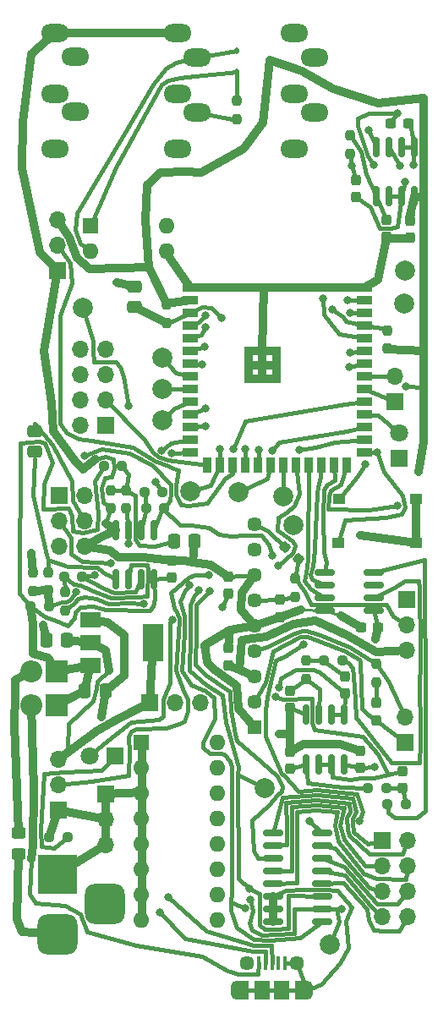
<source format=gbr>
G04 #@! TF.GenerationSoftware,KiCad,Pcbnew,7.0.9*
G04 #@! TF.CreationDate,2024-06-15T21:38:13-04:00*
G04 #@! TF.ProjectId,MEAP_Rev3c,4d454150-5f52-4657-9633-632e6b696361,rev?*
G04 #@! TF.SameCoordinates,Original*
G04 #@! TF.FileFunction,Copper,L1,Top*
G04 #@! TF.FilePolarity,Positive*
%FSLAX46Y46*%
G04 Gerber Fmt 4.6, Leading zero omitted, Abs format (unit mm)*
G04 Created by KiCad (PCBNEW 7.0.9) date 2024-06-15 21:38:13*
%MOMM*%
%LPD*%
G01*
G04 APERTURE LIST*
G04 Aperture macros list*
%AMRoundRect*
0 Rectangle with rounded corners*
0 $1 Rounding radius*
0 $2 $3 $4 $5 $6 $7 $8 $9 X,Y pos of 4 corners*
0 Add a 4 corners polygon primitive as box body*
4,1,4,$2,$3,$4,$5,$6,$7,$8,$9,$2,$3,0*
0 Add four circle primitives for the rounded corners*
1,1,$1+$1,$2,$3*
1,1,$1+$1,$4,$5*
1,1,$1+$1,$6,$7*
1,1,$1+$1,$8,$9*
0 Add four rect primitives between the rounded corners*
20,1,$1+$1,$2,$3,$4,$5,0*
20,1,$1+$1,$4,$5,$6,$7,0*
20,1,$1+$1,$6,$7,$8,$9,0*
20,1,$1+$1,$8,$9,$2,$3,0*%
G04 Aperture macros list end*
G04 #@! TA.AperFunction,SMDPad,CuDef*
%ADD10RoundRect,0.237500X-0.237500X0.300000X-0.237500X-0.300000X0.237500X-0.300000X0.237500X0.300000X0*%
G04 #@! TD*
G04 #@! TA.AperFunction,ComponentPad*
%ADD11R,1.600000X1.600000*%
G04 #@! TD*
G04 #@! TA.AperFunction,ComponentPad*
%ADD12O,1.600000X1.600000*%
G04 #@! TD*
G04 #@! TA.AperFunction,ComponentPad*
%ADD13C,2.000000*%
G04 #@! TD*
G04 #@! TA.AperFunction,SMDPad,CuDef*
%ADD14RoundRect,0.237500X0.237500X-0.300000X0.237500X0.300000X-0.237500X0.300000X-0.237500X-0.300000X0*%
G04 #@! TD*
G04 #@! TA.AperFunction,ComponentPad*
%ADD15R,1.700000X1.700000*%
G04 #@! TD*
G04 #@! TA.AperFunction,ComponentPad*
%ADD16O,1.700000X1.700000*%
G04 #@! TD*
G04 #@! TA.AperFunction,SMDPad,CuDef*
%ADD17R,2.000000X1.500000*%
G04 #@! TD*
G04 #@! TA.AperFunction,SMDPad,CuDef*
%ADD18R,2.000000X3.800000*%
G04 #@! TD*
G04 #@! TA.AperFunction,SMDPad,CuDef*
%ADD19RoundRect,0.237500X0.250000X0.237500X-0.250000X0.237500X-0.250000X-0.237500X0.250000X-0.237500X0*%
G04 #@! TD*
G04 #@! TA.AperFunction,SMDPad,CuDef*
%ADD20RoundRect,0.150000X-0.150000X0.825000X-0.150000X-0.825000X0.150000X-0.825000X0.150000X0.825000X0*%
G04 #@! TD*
G04 #@! TA.AperFunction,SMDPad,CuDef*
%ADD21RoundRect,0.237500X0.344173X0.021239X-0.038849X0.342632X-0.344173X-0.021239X0.038849X-0.342632X0*%
G04 #@! TD*
G04 #@! TA.AperFunction,SMDPad,CuDef*
%ADD22RoundRect,0.237500X0.237500X-0.250000X0.237500X0.250000X-0.237500X0.250000X-0.237500X-0.250000X0*%
G04 #@! TD*
G04 #@! TA.AperFunction,ComponentPad*
%ADD23O,2.800000X1.800000*%
G04 #@! TD*
G04 #@! TA.AperFunction,SMDPad,CuDef*
%ADD24RoundRect,0.150000X-0.825000X-0.150000X0.825000X-0.150000X0.825000X0.150000X-0.825000X0.150000X0*%
G04 #@! TD*
G04 #@! TA.AperFunction,ComponentPad*
%ADD25R,1.450000X1.450000*%
G04 #@! TD*
G04 #@! TA.AperFunction,ComponentPad*
%ADD26C,1.450000*%
G04 #@! TD*
G04 #@! TA.AperFunction,SMDPad,CuDef*
%ADD27RoundRect,0.250000X-0.337500X-0.475000X0.337500X-0.475000X0.337500X0.475000X-0.337500X0.475000X0*%
G04 #@! TD*
G04 #@! TA.AperFunction,SMDPad,CuDef*
%ADD28RoundRect,0.237500X-0.300000X-0.237500X0.300000X-0.237500X0.300000X0.237500X-0.300000X0.237500X0*%
G04 #@! TD*
G04 #@! TA.AperFunction,SMDPad,CuDef*
%ADD29R,1.500000X0.900000*%
G04 #@! TD*
G04 #@! TA.AperFunction,SMDPad,CuDef*
%ADD30R,0.900000X1.500000*%
G04 #@! TD*
G04 #@! TA.AperFunction,SMDPad,CuDef*
%ADD31R,0.900000X0.900000*%
G04 #@! TD*
G04 #@! TA.AperFunction,SMDPad,CuDef*
%ADD32R,1.250000X1.000000*%
G04 #@! TD*
G04 #@! TA.AperFunction,SMDPad,CuDef*
%ADD33RoundRect,0.237500X-0.237500X0.250000X-0.237500X-0.250000X0.237500X-0.250000X0.237500X0.250000X0*%
G04 #@! TD*
G04 #@! TA.AperFunction,ComponentPad*
%ADD34R,1.800000X1.800000*%
G04 #@! TD*
G04 #@! TA.AperFunction,ComponentPad*
%ADD35C,1.800000*%
G04 #@! TD*
G04 #@! TA.AperFunction,ComponentPad*
%ADD36R,4.000000X4.000000*%
G04 #@! TD*
G04 #@! TA.AperFunction,ComponentPad*
%ADD37RoundRect,1.000000X1.000000X-1.000000X1.000000X1.000000X-1.000000X1.000000X-1.000000X-1.000000X0*%
G04 #@! TD*
G04 #@! TA.AperFunction,SMDPad,CuDef*
%ADD38RoundRect,0.250000X0.337500X0.475000X-0.337500X0.475000X-0.337500X-0.475000X0.337500X-0.475000X0*%
G04 #@! TD*
G04 #@! TA.AperFunction,SMDPad,CuDef*
%ADD39RoundRect,0.237500X-0.250000X-0.237500X0.250000X-0.237500X0.250000X0.237500X-0.250000X0.237500X0*%
G04 #@! TD*
G04 #@! TA.AperFunction,ComponentPad*
%ADD40R,2.200000X2.200000*%
G04 #@! TD*
G04 #@! TA.AperFunction,ComponentPad*
%ADD41O,2.200000X2.200000*%
G04 #@! TD*
G04 #@! TA.AperFunction,SMDPad,CuDef*
%ADD42RoundRect,0.250000X0.475000X-0.337500X0.475000X0.337500X-0.475000X0.337500X-0.475000X-0.337500X0*%
G04 #@! TD*
G04 #@! TA.AperFunction,SMDPad,CuDef*
%ADD43RoundRect,0.250000X-0.475000X0.337500X-0.475000X-0.337500X0.475000X-0.337500X0.475000X0.337500X0*%
G04 #@! TD*
G04 #@! TA.AperFunction,SMDPad,CuDef*
%ADD44R,0.400000X1.350000*%
G04 #@! TD*
G04 #@! TA.AperFunction,ComponentPad*
%ADD45O,1.200000X1.900000*%
G04 #@! TD*
G04 #@! TA.AperFunction,SMDPad,CuDef*
%ADD46R,1.200000X1.900000*%
G04 #@! TD*
G04 #@! TA.AperFunction,SMDPad,CuDef*
%ADD47R,1.500000X1.900000*%
G04 #@! TD*
G04 #@! TA.AperFunction,SMDPad,CuDef*
%ADD48RoundRect,0.250000X0.450000X-0.325000X0.450000X0.325000X-0.450000X0.325000X-0.450000X-0.325000X0*%
G04 #@! TD*
G04 #@! TA.AperFunction,SMDPad,CuDef*
%ADD49RoundRect,0.112500X0.112500X-0.187500X0.112500X0.187500X-0.112500X0.187500X-0.112500X-0.187500X0*%
G04 #@! TD*
G04 #@! TA.AperFunction,ViaPad*
%ADD50C,0.800000*%
G04 #@! TD*
G04 #@! TA.AperFunction,Conductor*
%ADD51C,0.406400*%
G04 #@! TD*
G04 #@! TA.AperFunction,Conductor*
%ADD52C,0.250000*%
G04 #@! TD*
G04 #@! TA.AperFunction,Conductor*
%ADD53C,0.812800*%
G04 #@! TD*
G04 APERTURE END LIST*
D10*
X38640000Y-86507500D03*
X38640000Y-88232500D03*
D11*
X18720000Y-39945000D03*
D12*
X18720000Y-42485000D03*
X26340000Y-42485000D03*
X26340000Y-39945000D03*
D13*
X17930000Y-48200000D03*
D10*
X32500000Y-82247500D03*
X32500000Y-83972500D03*
D13*
X50230000Y-44430000D03*
D14*
X44147500Y-86797502D03*
X44147500Y-85072502D03*
D15*
X47880000Y-101510000D03*
D16*
X50420000Y-101510000D03*
X47880000Y-104050000D03*
X50420000Y-104050000D03*
X47880000Y-106590000D03*
X50420000Y-106590000D03*
X47880000Y-109130000D03*
X50420000Y-109130000D03*
D17*
X18680000Y-79420000D03*
X18680000Y-81720000D03*
X18680000Y-84020000D03*
D18*
X24980000Y-81720000D03*
D19*
X48306999Y-96266001D03*
X46481999Y-96266001D03*
D20*
X51085000Y-32055000D03*
X49815000Y-32055000D03*
X48545000Y-32055000D03*
X47275000Y-32055000D03*
X47275000Y-37005000D03*
X48545000Y-37005000D03*
X49815000Y-37005000D03*
X51085000Y-37005000D03*
D13*
X50150000Y-47750000D03*
D21*
X39560001Y-73330002D03*
X38161969Y-72156914D03*
D22*
X44659999Y-32724999D03*
X44659999Y-30899999D03*
D14*
X32540000Y-76812500D03*
X32540000Y-75087500D03*
D22*
X48400000Y-52242500D03*
X48400000Y-50417500D03*
D13*
X25870000Y-59470000D03*
D10*
X48360000Y-39360000D03*
X48360000Y-41085000D03*
D20*
X25069998Y-70409997D03*
X23799998Y-70409997D03*
X22529998Y-70409997D03*
X21259998Y-70409997D03*
X21259998Y-75359997D03*
X22529998Y-75359997D03*
X23799998Y-75359997D03*
X25069998Y-75359997D03*
D23*
X41140000Y-28590000D03*
X39140000Y-26790000D03*
X39140000Y-20690000D03*
X41140000Y-23090000D03*
X39140000Y-32290000D03*
D24*
X42130000Y-74700000D03*
X42130000Y-75970000D03*
X42130000Y-77240000D03*
X42130000Y-78510000D03*
X47080000Y-78510000D03*
X47080000Y-77240000D03*
X47080000Y-75970000D03*
X47080000Y-74700000D03*
D14*
X45700001Y-94267501D03*
X45700001Y-92542501D03*
D15*
X50230000Y-91720000D03*
D16*
X50230000Y-89180000D03*
D13*
X25860000Y-53210000D03*
D22*
X47290000Y-85672500D03*
X47290000Y-83847500D03*
D25*
X35110000Y-90160000D03*
D26*
X35110000Y-87620000D03*
X35110000Y-85080000D03*
X35110000Y-82540000D03*
X35110000Y-80000000D03*
X35110000Y-77460000D03*
X35110000Y-74920000D03*
X35110000Y-72380000D03*
X35110000Y-69840000D03*
D27*
X27045000Y-71530000D03*
X29120000Y-71530000D03*
D13*
X42650000Y-111950000D03*
D15*
X50360000Y-77350000D03*
D16*
X50360000Y-79890000D03*
X50360000Y-82430000D03*
D28*
X45795000Y-80200000D03*
X47520000Y-80200000D03*
D14*
X47280000Y-89450000D03*
X47280000Y-87725000D03*
D29*
X28650000Y-46170000D03*
X28650000Y-47440000D03*
X28650000Y-48710000D03*
X28650000Y-49980000D03*
X28650000Y-51250000D03*
X28650000Y-52520000D03*
X28650000Y-53790000D03*
X28650000Y-55060000D03*
X28650000Y-56330000D03*
X28650000Y-57600000D03*
X28650000Y-58870000D03*
X28650000Y-60140000D03*
X28650000Y-61410000D03*
X28650000Y-62680000D03*
D30*
X30415000Y-63930000D03*
X31685000Y-63930000D03*
X32955000Y-63930000D03*
X34225000Y-63930000D03*
X35495000Y-63930000D03*
X36765000Y-63930000D03*
X38035000Y-63930000D03*
X39305000Y-63930000D03*
X40575000Y-63930000D03*
X41845000Y-63930000D03*
X43115000Y-63930000D03*
X44385000Y-63930000D03*
D29*
X46150000Y-62680000D03*
X46150000Y-61410000D03*
X46150000Y-60140000D03*
X46150000Y-58870000D03*
X46150000Y-57600000D03*
X46150000Y-56330000D03*
X46150000Y-55060000D03*
X46150000Y-53790000D03*
X46150000Y-52520000D03*
X46150000Y-51250000D03*
X46150000Y-49980000D03*
X46150000Y-48710000D03*
X46150000Y-47440000D03*
X46150000Y-46170000D03*
D31*
X34500000Y-52490000D03*
X34500000Y-53890000D03*
X34500000Y-55290000D03*
X34500000Y-55290000D03*
X35900000Y-52490000D03*
X35900000Y-52490000D03*
X35900000Y-53890000D03*
X35900000Y-55290000D03*
X37300000Y-52490000D03*
X37300000Y-53890000D03*
X37300000Y-55290000D03*
D32*
X43535000Y-71670000D03*
X51285000Y-71670000D03*
D22*
X12910002Y-76497499D03*
X12910002Y-74672499D03*
X22260000Y-68244995D03*
X22260000Y-66419995D03*
D19*
X17882500Y-75090000D03*
X16057500Y-75090000D03*
D33*
X14430000Y-74660000D03*
X14430000Y-76485000D03*
D10*
X45260000Y-35360000D03*
X45260000Y-37085000D03*
D15*
X49210000Y-57610000D03*
D16*
X49210000Y-55070000D03*
D23*
X17140000Y-28545000D03*
X15140000Y-26745000D03*
X15140000Y-20645000D03*
X17140000Y-23045000D03*
X15140000Y-32245000D03*
D13*
X39020000Y-69950000D03*
D33*
X40270000Y-83487500D03*
X40270000Y-85312500D03*
D24*
X36970000Y-100720000D03*
X36970000Y-101990000D03*
X36970000Y-103260000D03*
X36970000Y-104530000D03*
X36970000Y-105800000D03*
X36970000Y-107070000D03*
X36970000Y-108340000D03*
X36970000Y-109610000D03*
X41920000Y-109610000D03*
X41920000Y-108340000D03*
X41920000Y-107070000D03*
X41920000Y-105800000D03*
X41920000Y-104530000D03*
X41920000Y-103260000D03*
X41920000Y-101990000D03*
X41920000Y-100720000D03*
D34*
X49640000Y-63225000D03*
D35*
X49640000Y-60685000D03*
D15*
X20220000Y-96820000D03*
D16*
X20220000Y-99360000D03*
X20220000Y-101900000D03*
D27*
X18115000Y-86540000D03*
X20190000Y-86540000D03*
D36*
X15430000Y-104900000D03*
D37*
X15430000Y-110900000D03*
X20130000Y-107900000D03*
D13*
X25890000Y-56330000D03*
D28*
X48770000Y-29750000D03*
X50495000Y-29750000D03*
D13*
X28660000Y-66510000D03*
D38*
X16360000Y-81460000D03*
X14285000Y-81460000D03*
D13*
X36100000Y-96250000D03*
D39*
X48425002Y-97875001D03*
X50250002Y-97875001D03*
D22*
X33330000Y-29292500D03*
X33330000Y-27467500D03*
D10*
X26810001Y-73464999D03*
X26810001Y-75189999D03*
D40*
X15270000Y-87950000D03*
D41*
X12730000Y-87950000D03*
D14*
X50660001Y-41135001D03*
X50660001Y-39410001D03*
D42*
X23090000Y-48115000D03*
X23090000Y-46040000D03*
D43*
X13150000Y-60502500D03*
X13150000Y-62577500D03*
D33*
X20730000Y-66427500D03*
X20730000Y-68252500D03*
D40*
X15300000Y-84580000D03*
D41*
X12760000Y-84580000D03*
D39*
X20027500Y-64040000D03*
X21852500Y-64040000D03*
D32*
X51300000Y-67330000D03*
X43550000Y-67330000D03*
D33*
X16150000Y-76660000D03*
X16150000Y-78485000D03*
D14*
X38689999Y-94315001D03*
X38689999Y-92590001D03*
D20*
X44100000Y-88905000D03*
X42830000Y-88905000D03*
X41560000Y-88905000D03*
X40290000Y-88905000D03*
X40290000Y-93855000D03*
X41560000Y-93855000D03*
X42830000Y-93855000D03*
X44100000Y-93855000D03*
D15*
X15530000Y-66930000D03*
D16*
X15530000Y-69470000D03*
X15530000Y-72010000D03*
X18070000Y-66930000D03*
X18070000Y-69470000D03*
X18070000Y-72010000D03*
D44*
X35569999Y-113792000D03*
X36219999Y-113792000D03*
X36869999Y-113792000D03*
X37519999Y-113792000D03*
X38169999Y-113792000D03*
D45*
X33369999Y-116492000D03*
D46*
X33969999Y-116492000D03*
D26*
X34369999Y-113792000D03*
D47*
X35869999Y-116492000D03*
X37869999Y-116492000D03*
D26*
X39369999Y-113792000D03*
D46*
X39769999Y-116492000D03*
D45*
X40369999Y-116492000D03*
D19*
X43930001Y-83500001D03*
X42105001Y-83500001D03*
D23*
X29400000Y-28580000D03*
X27400000Y-26780000D03*
X27400000Y-20680000D03*
X29400000Y-23080000D03*
X27400000Y-32280000D03*
D15*
X15380003Y-44459999D03*
D16*
X15380003Y-41919999D03*
X15380003Y-39379999D03*
D33*
X39220000Y-75277500D03*
X39220000Y-77102500D03*
D15*
X24630000Y-87720000D03*
D16*
X27170000Y-87720000D03*
X29710000Y-87720000D03*
D39*
X24075001Y-66630001D03*
X25900001Y-66630001D03*
D48*
X11540000Y-102840000D03*
X11540000Y-100790000D03*
D15*
X20245000Y-59940000D03*
D16*
X17705000Y-59940000D03*
X20245000Y-57400000D03*
X17705000Y-57400000D03*
X20245000Y-54860000D03*
X17705000Y-54860000D03*
X20245000Y-52320000D03*
X17705000Y-52320000D03*
D15*
X15480000Y-98470000D03*
D16*
X15480000Y-95930000D03*
X15480000Y-93390000D03*
D10*
X49950000Y-94550000D03*
X49950000Y-96275000D03*
D39*
X12717500Y-78030000D03*
X14542500Y-78030000D03*
D33*
X26340000Y-47857500D03*
X26340000Y-49682500D03*
D10*
X37670000Y-77397500D03*
X37670000Y-79122500D03*
D13*
X33490000Y-66600000D03*
D19*
X16370000Y-101160000D03*
X14545000Y-101160000D03*
X26072500Y-68250000D03*
X24247500Y-68250000D03*
D49*
X33330000Y-24537500D03*
X33330000Y-22437500D03*
D11*
X23800000Y-91695000D03*
D12*
X23800000Y-94235000D03*
X23800000Y-96775000D03*
X23800000Y-99315000D03*
X23800000Y-101855000D03*
X23800000Y-104395000D03*
X23800000Y-106935000D03*
X23800000Y-109475000D03*
X31420000Y-109475000D03*
X31420000Y-106935000D03*
X31420000Y-104395000D03*
X31420000Y-101855000D03*
X31420000Y-99315000D03*
X31420000Y-96775000D03*
X31420000Y-94235000D03*
X31420000Y-91695000D03*
D13*
X37970000Y-67030000D03*
D34*
X21124999Y-93060001D03*
D35*
X18584999Y-93060001D03*
D50*
X46520000Y-30410000D03*
X45740000Y-70990000D03*
X13940000Y-79940000D03*
X43790000Y-79020000D03*
X12790000Y-72750000D03*
X21290000Y-45650000D03*
X37590000Y-90860000D03*
X39761765Y-78361765D03*
X19770000Y-89130000D03*
X20380000Y-79700000D03*
X20210000Y-69780000D03*
X41270000Y-91840163D03*
X50300000Y-56080000D03*
X51520000Y-64610000D03*
X47270000Y-81330000D03*
X47130000Y-94170000D03*
X40600000Y-99530000D03*
X36620000Y-23390000D03*
X31900000Y-78180000D03*
X37560000Y-86150000D03*
X37200000Y-87110000D03*
X46190000Y-63800000D03*
X31840000Y-49200000D03*
X36920000Y-62470000D03*
X26901644Y-79410000D03*
X36880000Y-72970000D03*
X18120000Y-63015014D03*
X19100000Y-74920000D03*
X44450000Y-47420000D03*
X44710000Y-48650000D03*
X30170000Y-48910000D03*
X30180000Y-50110000D03*
X30160000Y-52090000D03*
X29880000Y-53830000D03*
X30210000Y-60020000D03*
X25780000Y-62450000D03*
X25640000Y-108720000D03*
X26860000Y-62760000D03*
X26480000Y-107180000D03*
X30180000Y-58220000D03*
X22510000Y-57960000D03*
X39600000Y-62370000D03*
X47420000Y-62640000D03*
X41950000Y-47260000D03*
X42920000Y-48320000D03*
X44640000Y-54130000D03*
X44670000Y-52620000D03*
X30510000Y-74950000D03*
X34210000Y-62340000D03*
X30630000Y-76570000D03*
X35510000Y-62430000D03*
X34180000Y-108310000D03*
X28640000Y-75980000D03*
X31690000Y-62350000D03*
X34700000Y-107440000D03*
X49390000Y-68000000D03*
X43820000Y-108330000D03*
X34640000Y-106380000D03*
X33040000Y-62350000D03*
X29570000Y-76490000D03*
X45640000Y-99600000D03*
X40050000Y-81850000D03*
X37460000Y-74010000D03*
X49680000Y-33940000D03*
X47050000Y-33840000D03*
X49390000Y-28690000D03*
X51050000Y-33860000D03*
X44830000Y-33961466D03*
X50200000Y-35520000D03*
X22520000Y-71810000D03*
X17300000Y-76630000D03*
X25180000Y-65630000D03*
X20730000Y-73740000D03*
X24000000Y-77800000D03*
D51*
X38290000Y-106490000D02*
X36970000Y-107070000D01*
D52*
X42130000Y-78510000D02*
X39761765Y-78361765D01*
D51*
X46520000Y-30410000D02*
X47275000Y-32055000D01*
D53*
X49890000Y-41251538D02*
X50660001Y-41135001D01*
D51*
X33969999Y-116492000D02*
X35869999Y-116492000D01*
D53*
X40020000Y-91830000D02*
X38689999Y-92590001D01*
D51*
X21030000Y-64260000D02*
X20944667Y-63300000D01*
D53*
X35900000Y-55290000D02*
X34500000Y-55290000D01*
X41270000Y-91840163D02*
X40020000Y-91830000D01*
X32660000Y-80410000D02*
X35110000Y-80000000D01*
X23820000Y-96690000D02*
X23820000Y-94150000D01*
X20190000Y-86540000D02*
X22120000Y-85040000D01*
X35110000Y-90160000D02*
X33540076Y-88330000D01*
X21460000Y-73150000D02*
X20660000Y-72500000D01*
D51*
X41790000Y-115930000D02*
X40369999Y-116492000D01*
D53*
X46150000Y-46170000D02*
X47510000Y-45390000D01*
D51*
X20120000Y-65220000D02*
X20800000Y-65130000D01*
D53*
X36030000Y-46170000D02*
X28650000Y-46170000D01*
X35900000Y-52490000D02*
X36030000Y-46170000D01*
D51*
X44520000Y-112240000D02*
X43690000Y-113750000D01*
X44840000Y-108160000D02*
X43430000Y-106470000D01*
D53*
X34500000Y-53890000D02*
X35900000Y-53890000D01*
X14930000Y-60560000D02*
X17100000Y-63390000D01*
X23820000Y-94150000D02*
X23820000Y-91610000D01*
X51300000Y-67330000D02*
X51285000Y-71670000D01*
D51*
X32540000Y-75087500D02*
X35110000Y-74920000D01*
D53*
X46150000Y-46170000D02*
X36030000Y-46170000D01*
D51*
X20730000Y-68252500D02*
X20210000Y-69780000D01*
D53*
X35110000Y-80000000D02*
X37670000Y-79122500D01*
D51*
X38169999Y-113792000D02*
X39369999Y-113792000D01*
D53*
X30753493Y-73926507D02*
X32540000Y-75087500D01*
X13600000Y-42560000D02*
X11880000Y-34170000D01*
X36970000Y-108340000D02*
X36970000Y-109610000D01*
X20660000Y-72500000D02*
X18070000Y-72010000D01*
X21290000Y-45650000D02*
X23090000Y-46040000D01*
X33800000Y-78390000D02*
X33820000Y-76670000D01*
D51*
X20800000Y-65130000D02*
X21030000Y-64260000D01*
D53*
X26810001Y-73464999D02*
X23950000Y-73150000D01*
X32500000Y-82247500D02*
X32660000Y-80410000D01*
X11880000Y-34170000D02*
X11900982Y-29540000D01*
X30340000Y-83670000D02*
X30120000Y-81940000D01*
X20220000Y-101900000D02*
X15430000Y-104900000D01*
X17100000Y-63390000D02*
X17977043Y-64352957D01*
X17977043Y-64352957D02*
X19190693Y-63330693D01*
X34500000Y-52490000D02*
X34500000Y-53890000D01*
X23820000Y-109390000D02*
X23820000Y-106850000D01*
D51*
X20120000Y-65220000D02*
X19840000Y-66240000D01*
D53*
X20220000Y-99360000D02*
X15480000Y-98470000D01*
X12770000Y-22750000D02*
X15140000Y-20645000D01*
D51*
X44300000Y-109540000D02*
X44520000Y-112240000D01*
D53*
X20210000Y-69780000D02*
X21259998Y-70409997D01*
D51*
X42120000Y-106440000D02*
X40050000Y-106440000D01*
D53*
X20380000Y-79700000D02*
X18680000Y-79420000D01*
X47510000Y-45390000D02*
X48360000Y-41260000D01*
D51*
X20000000Y-67680000D02*
X20730000Y-68252500D01*
D53*
X23820000Y-106850000D02*
X23820000Y-104310000D01*
D51*
X33369999Y-116492000D02*
X33969999Y-116492000D01*
D53*
X35900000Y-53890000D02*
X35900000Y-52490000D01*
D51*
X43690000Y-113750000D02*
X41790000Y-115930000D01*
X37869999Y-116492000D02*
X39769999Y-116492000D01*
X40050000Y-106440000D02*
X38290000Y-106490000D01*
D53*
X35900000Y-53890000D02*
X37300000Y-53890000D01*
X37300000Y-53890000D02*
X37300000Y-55290000D01*
X23820000Y-99230000D02*
X23820000Y-96690000D01*
X51285000Y-71670000D02*
X45740000Y-70990000D01*
X15380003Y-44459999D02*
X14020000Y-52530000D01*
X33820000Y-76670000D02*
X35110000Y-74920000D01*
X35900000Y-53890000D02*
X35900000Y-55290000D01*
D51*
X19840000Y-66240000D02*
X20000000Y-67680000D01*
D53*
X35900000Y-52490000D02*
X34500000Y-52490000D01*
X28060000Y-73515177D02*
X26810001Y-73464999D01*
D51*
X40369999Y-116492000D02*
X39769999Y-116492000D01*
D53*
X37300000Y-55290000D02*
X35900000Y-55290000D01*
X49890000Y-41251538D02*
X48360000Y-41260000D01*
D51*
X44300000Y-109540000D02*
X44840000Y-108160000D01*
D53*
X20220000Y-96820000D02*
X23820000Y-96690000D01*
X23820000Y-101770000D02*
X23820000Y-99230000D01*
X30753493Y-73926507D02*
X28960000Y-73652618D01*
X36970000Y-107070000D02*
X36970000Y-108340000D01*
X15380003Y-44459999D02*
X13600000Y-42560000D01*
D51*
X20240000Y-63073941D02*
X19190693Y-63330693D01*
D53*
X20220000Y-99360000D02*
X20220000Y-96820000D01*
X14830000Y-57760000D02*
X14930000Y-60560000D01*
X45700001Y-92542501D02*
X43710000Y-91860000D01*
X11900982Y-29540000D02*
X12770000Y-22750000D01*
D51*
X39369999Y-113792000D02*
X40369999Y-116492000D01*
D53*
X22050000Y-80920000D02*
X20380000Y-79700000D01*
D51*
X43430000Y-106470000D02*
X42120000Y-106440000D01*
D53*
X22120000Y-85040000D02*
X22050000Y-80920000D01*
X43710000Y-91860000D02*
X41270000Y-91840163D01*
X35110000Y-80000000D02*
X33800000Y-78390000D01*
X28960000Y-73652618D02*
X29120000Y-71530000D01*
X18070000Y-72010000D02*
X19781543Y-71151543D01*
X14285000Y-81460000D02*
X13940000Y-79940000D01*
X28960000Y-73652618D02*
X28060000Y-73515177D01*
X33335426Y-86020000D02*
X33540076Y-88330000D01*
X23820000Y-104310000D02*
X23820000Y-101770000D01*
X37670000Y-79122500D02*
X39761765Y-78361765D01*
X34500000Y-55290000D02*
X34500000Y-53890000D01*
X38689999Y-92590001D02*
X38669804Y-90830000D01*
X37300000Y-52490000D02*
X35900000Y-52490000D01*
D51*
X40290000Y-88905000D02*
X38640000Y-88232500D01*
D53*
X45795000Y-80200000D02*
X43790000Y-79020000D01*
D52*
X42130000Y-78510000D02*
X43790000Y-79020000D01*
D53*
X12790000Y-72750000D02*
X12910002Y-74672499D01*
X30120000Y-81940000D02*
X32660000Y-80410000D01*
X37300000Y-52490000D02*
X37300000Y-53890000D01*
X19781543Y-71151543D02*
X21259998Y-70409997D01*
X23950000Y-73150000D02*
X21460000Y-73150000D01*
X15480000Y-98470000D02*
X14545000Y-101160000D01*
X37590000Y-90860000D02*
X38669804Y-90830000D01*
X20220000Y-101900000D02*
X20220000Y-99360000D01*
X28650000Y-46170000D02*
X26130000Y-42495000D01*
X14020000Y-52530000D02*
X14830000Y-57760000D01*
D52*
X42130000Y-78510000D02*
X42000000Y-78620000D01*
D53*
X20190000Y-86540000D02*
X19770000Y-89130000D01*
X15140000Y-20645000D02*
X27400000Y-20680000D01*
D51*
X35869999Y-116492000D02*
X37869999Y-116492000D01*
D53*
X50620000Y-41247500D02*
X49890000Y-41251538D01*
X33335426Y-86020000D02*
X30877549Y-84232451D01*
X30877549Y-84232451D02*
X30340000Y-83670000D01*
X38669804Y-90830000D02*
X38640000Y-88232500D01*
D51*
X20944667Y-63300000D02*
X20240000Y-63073941D01*
D53*
X24170000Y-39400000D02*
X24380000Y-35900000D01*
X24630000Y-87720000D02*
X21500000Y-89310000D01*
X26340000Y-47770000D02*
X28650000Y-47440000D01*
D51*
X50300000Y-56080000D02*
X52068600Y-56090000D01*
D53*
X52068600Y-52520000D02*
X48400000Y-52330000D01*
X26340000Y-47770000D02*
X24500000Y-44120000D01*
X47270000Y-81330000D02*
X47520000Y-80200000D01*
X51520000Y-64610000D02*
X52068600Y-61610000D01*
X18680000Y-81720000D02*
X16360000Y-81460000D01*
X24500000Y-44120000D02*
X24170000Y-39400000D01*
D51*
X44100000Y-93855000D02*
X45700001Y-94267501D01*
D53*
X17360000Y-43170000D02*
X18580000Y-44260000D01*
D51*
X19350000Y-85600000D02*
X20560000Y-84480000D01*
D53*
X19410000Y-90520000D02*
X15480000Y-93390000D01*
X15380003Y-39379999D02*
X16590000Y-41110000D01*
X52068600Y-56090000D02*
X52068600Y-52520000D01*
D51*
X45700001Y-94267501D02*
X47130000Y-94170000D01*
D53*
X25690000Y-34610000D02*
X28200000Y-34540000D01*
X18680000Y-81720000D02*
X20226550Y-82503450D01*
X52068600Y-27200000D02*
X47480000Y-27720000D01*
D51*
X18960000Y-87550000D02*
X19250000Y-86310000D01*
D53*
X42960000Y-26260000D02*
X39850000Y-24495413D01*
X34060000Y-32240000D02*
X35940000Y-29650000D01*
X47480000Y-27720000D02*
X42960000Y-26260000D01*
D51*
X41920000Y-100720000D02*
X40600000Y-99530000D01*
D53*
X51085000Y-37005000D02*
X52068600Y-37130000D01*
X35940000Y-29650000D02*
X36620000Y-23390000D01*
X24630000Y-87720000D02*
X24980000Y-81720000D01*
D51*
X19250000Y-86310000D02*
X19350000Y-85600000D01*
X15480000Y-93390000D02*
X16385012Y-92325012D01*
X47520000Y-80200000D02*
X47080000Y-78510000D01*
D53*
X52068600Y-52520000D02*
X52068600Y-37130000D01*
X52068600Y-37130000D02*
X52068600Y-27200000D01*
X21500000Y-89310000D02*
X19410000Y-90520000D01*
X50759983Y-38520000D02*
X51085000Y-37005000D01*
X18580000Y-44260000D02*
X24500000Y-44120000D01*
X36620000Y-23390000D02*
X39850000Y-24495413D01*
D51*
X16470000Y-89870000D02*
X18960000Y-87550000D01*
D53*
X50759983Y-38520000D02*
X50660001Y-39410001D01*
X28200000Y-34540000D02*
X29810000Y-34590000D01*
X29810000Y-34590000D02*
X34060000Y-32240000D01*
X24380000Y-35900000D02*
X25690000Y-34610000D01*
X52068600Y-61610000D02*
X52068600Y-56090000D01*
X20226550Y-82503450D02*
X20560000Y-84480000D01*
X16590000Y-41110000D02*
X17360000Y-43170000D01*
X50620000Y-39172500D02*
X50759983Y-38520000D01*
D51*
X16385012Y-92325012D02*
X16470000Y-89870000D01*
X31900000Y-78180000D02*
X32540000Y-76812500D01*
X36470000Y-70510000D02*
X35110000Y-69840000D01*
X38161969Y-72156914D02*
X36470000Y-70510000D01*
X39220000Y-77102500D02*
X37670000Y-77397500D01*
X37670000Y-77397500D02*
X35110000Y-77460000D01*
X39670000Y-81150000D02*
X37000000Y-82560000D01*
X36194052Y-85714052D02*
X37000000Y-82560000D01*
X45622480Y-83407520D02*
X44190000Y-82550000D01*
X44190000Y-82550000D02*
X40420000Y-81090870D01*
X35110000Y-87620000D02*
X36194052Y-85714052D01*
X39670000Y-81150000D02*
X40420000Y-81090870D01*
X47280000Y-89625000D02*
X45850000Y-88330000D01*
X47280000Y-89450000D02*
X50230000Y-91720000D01*
X45720000Y-83540000D02*
X45622480Y-83407520D01*
X45850000Y-88330000D02*
X45720000Y-83540000D01*
X47290000Y-85760000D02*
X47280000Y-87550000D01*
X39250000Y-84370000D02*
X37760000Y-85230000D01*
X42830000Y-88905000D02*
X44100000Y-88905000D01*
X44147500Y-86797502D02*
X41680000Y-84650000D01*
X41010000Y-84370000D02*
X39250000Y-84370000D01*
X41680000Y-84650000D02*
X41010000Y-84370000D01*
X44100000Y-88905000D02*
X44147500Y-86797502D01*
X37760000Y-85230000D02*
X37560000Y-86150000D01*
X40270000Y-83487500D02*
X42000000Y-83477500D01*
X42000000Y-83477500D02*
X44147500Y-85072502D01*
X20210000Y-74881966D02*
X19370000Y-74190000D01*
X14260000Y-72900000D02*
X12900000Y-66980000D01*
X14430000Y-74660000D02*
X14503333Y-73386667D01*
X19370000Y-74190000D02*
X16450000Y-74070000D01*
X20460000Y-74890000D02*
X21259998Y-75359997D01*
X20210000Y-74881966D02*
X20460000Y-74890000D01*
X12900000Y-66980000D02*
X13150000Y-63340000D01*
X14503333Y-73386667D02*
X14260000Y-72900000D01*
X16450000Y-74070000D02*
X14503333Y-73386667D01*
X48530000Y-94875417D02*
X47450000Y-92910000D01*
X37920000Y-87380000D02*
X37200000Y-87110000D01*
X48530000Y-94875417D02*
X47070000Y-95210000D01*
X42950000Y-95190000D02*
X42830000Y-93855000D01*
X40920000Y-87250000D02*
X39670000Y-87320000D01*
X44700000Y-95420000D02*
X42950000Y-95190000D01*
X39670000Y-87320000D02*
X39080000Y-87380000D01*
X41170000Y-90420000D02*
X40900000Y-89730000D01*
X47450000Y-92910000D02*
X45950000Y-91090000D01*
X49950000Y-94550000D02*
X48530000Y-94875417D01*
X41560000Y-93855000D02*
X42830000Y-93855000D01*
X45770000Y-95250000D02*
X44700000Y-95420000D01*
X45950000Y-91090000D02*
X41170000Y-90420000D01*
X39080000Y-87380000D02*
X37920000Y-87380000D01*
X40900000Y-89730000D02*
X40920000Y-87250000D01*
X47070000Y-95210000D02*
X45770000Y-95250000D01*
X48306999Y-96266001D02*
X49950000Y-96275000D01*
X49950000Y-96275000D02*
X50250002Y-97875001D01*
X43896953Y-96154772D02*
X40440000Y-95750000D01*
X38689999Y-94315001D02*
X40290000Y-93855000D01*
X40440000Y-95750000D02*
X40290000Y-93855000D01*
X46481999Y-96266001D02*
X43896953Y-96154772D01*
X30820000Y-48170000D02*
X29860000Y-48120000D01*
X29860000Y-48120000D02*
X28650000Y-48710000D01*
X31840000Y-49200000D02*
X30820000Y-48170000D01*
D53*
X26340000Y-49682500D02*
X23090000Y-48115000D01*
D51*
X45470000Y-64980000D02*
X46190000Y-63800000D01*
X43550000Y-67330000D02*
X45470000Y-64980000D01*
X26340000Y-49770000D02*
X28650000Y-48710000D01*
X25425405Y-26555405D02*
X25840000Y-25790000D01*
X21200000Y-34090000D02*
X18720000Y-39945000D01*
X25840000Y-25790000D02*
X26466643Y-25386643D01*
X27640000Y-25152500D02*
X28390000Y-25090000D01*
X33330000Y-24537500D02*
X33330000Y-27380000D01*
X28390000Y-25090000D02*
X33330000Y-24537500D01*
X25425405Y-26555405D02*
X21200000Y-34090000D01*
X26466643Y-25386643D02*
X27640000Y-25152500D01*
X17200000Y-40400000D02*
X17650000Y-41710000D01*
X26271837Y-24181837D02*
X27250000Y-23604390D01*
X22120000Y-30700000D02*
X24973974Y-25833974D01*
X27250000Y-23604390D02*
X29400000Y-23080000D01*
X17650000Y-41710000D02*
X18670000Y-42485000D01*
X29400000Y-23080000D02*
X33330000Y-22437500D01*
X26271837Y-24181837D02*
X24973974Y-25833974D01*
X17350000Y-38670000D02*
X17200000Y-40400000D01*
X17350000Y-38670000D02*
X22120000Y-30700000D01*
X44390000Y-60530000D02*
X37610000Y-61630000D01*
X19960000Y-91890000D02*
X22760000Y-89622080D01*
X19960000Y-91890000D02*
X18584999Y-93060001D01*
X25540000Y-89400313D02*
X22760000Y-89622080D01*
X25989033Y-87430000D02*
X25980000Y-88410000D01*
X26059623Y-87110000D02*
X25989033Y-87430000D01*
X46150000Y-60140000D02*
X44390000Y-60530000D01*
X26663052Y-85753052D02*
X26059623Y-87110000D01*
X25980000Y-88410000D02*
X25940625Y-89040000D01*
X25940625Y-89040000D02*
X25540000Y-89400313D01*
X26901644Y-79410000D02*
X26663052Y-79648592D01*
X37610000Y-61630000D02*
X36920000Y-62470000D01*
X26663052Y-79648592D02*
X26663052Y-85753052D01*
X47490000Y-58960000D02*
X46150000Y-58870000D01*
X49640000Y-60685000D02*
X47490000Y-58960000D01*
D53*
X11290000Y-109380000D02*
X11540000Y-102840000D01*
X15430000Y-110900000D02*
X11840000Y-110620000D01*
X11840000Y-110620000D02*
X11290000Y-109380000D01*
D51*
X41460000Y-80830000D02*
X44636431Y-82163569D01*
X50230000Y-89180000D02*
X48506435Y-85483565D01*
X39960000Y-80526621D02*
X39060000Y-80770095D01*
X36530000Y-82010000D02*
X35110000Y-82540000D01*
X47290000Y-83847500D02*
X44636431Y-82163569D01*
X39060000Y-80770095D02*
X36530000Y-82010000D01*
X40300000Y-80514855D02*
X41460000Y-80830000D01*
X48506435Y-85483565D02*
X47290000Y-83847500D01*
X39960000Y-80526621D02*
X40300000Y-80514855D01*
X43427889Y-98658923D02*
X43140000Y-100030000D01*
X43500000Y-101600000D02*
X43140000Y-100030000D01*
X47300000Y-105330000D02*
X50310000Y-105400000D01*
X50310000Y-105400000D02*
X50420000Y-104050000D01*
X39331679Y-98639971D02*
X41243712Y-98462735D01*
X47300000Y-105330000D02*
X46062985Y-104849918D01*
X36970000Y-105800000D02*
X39370000Y-105757143D01*
X39370000Y-105757143D02*
X39331679Y-98639971D01*
X41243712Y-98462735D02*
X43427889Y-98658923D01*
X46062985Y-104849918D02*
X43500000Y-101600000D01*
X47880000Y-104050000D02*
X46210000Y-104020000D01*
X46210000Y-104020000D02*
X44070000Y-101390000D01*
X38840000Y-104523415D02*
X36970000Y-104530000D01*
X41386555Y-97942021D02*
X38824088Y-98164589D01*
X38824088Y-98164589D02*
X38840000Y-104523415D01*
X44058561Y-98214130D02*
X41386555Y-97942021D01*
X43694982Y-100030000D02*
X44058561Y-98214130D01*
X44070000Y-101390000D02*
X43694982Y-100030000D01*
X49910000Y-102830000D02*
X50420000Y-101510000D01*
X38320000Y-100200000D02*
X38292238Y-97704558D01*
X38292238Y-97704558D02*
X41332530Y-97427500D01*
X46640000Y-102850000D02*
X44610000Y-100990000D01*
X41332530Y-97427500D02*
X44567108Y-97756900D01*
X36970000Y-101990000D02*
X38320000Y-101942000D01*
X46640000Y-102850000D02*
X48380000Y-102860000D01*
X38320000Y-101942000D02*
X38320000Y-100200000D01*
X44567108Y-97756900D02*
X44727330Y-98643405D01*
X44402702Y-100400000D02*
X44386874Y-99216874D01*
X48380000Y-102860000D02*
X49910000Y-102830000D01*
X44610000Y-100990000D02*
X44402702Y-100400000D01*
X44727330Y-98643405D02*
X44386874Y-99216874D01*
X44916414Y-99710000D02*
X44940548Y-99330548D01*
X45032573Y-100665042D02*
X44916414Y-99710000D01*
X44983065Y-97292299D02*
X41428911Y-96910219D01*
X44940548Y-99330548D02*
X45300000Y-98640000D01*
X41428911Y-96910219D02*
X37889438Y-97232767D01*
X45032573Y-100665042D02*
X46450000Y-101830000D01*
X45300000Y-98640000D02*
X44983065Y-97292299D01*
X37889438Y-97232767D02*
X36970000Y-100720000D01*
X46450000Y-101830000D02*
X47880000Y-101510000D01*
X44173954Y-105012294D02*
X41920000Y-104530000D01*
X46750000Y-108020000D02*
X44173954Y-105012294D01*
X47880000Y-109130000D02*
X46750000Y-108020000D01*
X47360000Y-107901723D02*
X44060000Y-104110000D01*
X49420000Y-107840000D02*
X50420000Y-106590000D01*
X47360000Y-107901723D02*
X49420000Y-107840000D01*
X44060000Y-104110000D02*
X41920000Y-103260000D01*
X46640000Y-106280000D02*
X43160000Y-102296971D01*
X41920000Y-101990000D02*
X43160000Y-102296971D01*
X47880000Y-106590000D02*
X46640000Y-106280000D01*
X49620000Y-110590000D02*
X50420000Y-109130000D01*
X46400000Y-108390000D02*
X44020000Y-105740000D01*
X44020000Y-105740000D02*
X41920000Y-105800000D01*
X47080000Y-110523333D02*
X48080000Y-110590000D01*
X46570000Y-109430000D02*
X46400000Y-108390000D01*
X47080000Y-110523333D02*
X46570000Y-109430000D01*
X48080000Y-110590000D02*
X49620000Y-110590000D01*
X30552124Y-70207876D02*
X28740000Y-69972000D01*
X26674519Y-67474519D02*
X26711041Y-66700000D01*
X36880000Y-72970000D02*
X36520000Y-71910000D01*
X19813558Y-62283558D02*
X18120000Y-63015014D01*
X36520000Y-71910000D02*
X35820000Y-70910000D01*
X19813558Y-62283558D02*
X22624560Y-62745440D01*
X34880000Y-70910000D02*
X34190000Y-70959522D01*
X27660000Y-69900000D02*
X28740000Y-69972000D01*
X34190000Y-70959522D02*
X32790000Y-71060000D01*
X22624560Y-62745440D02*
X24836622Y-63952309D01*
X31560000Y-70890000D02*
X30552124Y-70207876D01*
X26711041Y-66700000D02*
X26712614Y-65860000D01*
X35820000Y-70910000D02*
X34880000Y-70910000D01*
X25069998Y-70409997D02*
X25879996Y-68219998D01*
X32790000Y-71060000D02*
X31560000Y-70890000D01*
X26072500Y-68250000D02*
X26674519Y-67474519D01*
X26712614Y-65860000D02*
X24836622Y-63952309D01*
X25879996Y-68219998D02*
X27660000Y-69900000D01*
X23150000Y-76630000D02*
X21040000Y-76680000D01*
X21040000Y-76680000D02*
X20060000Y-76300000D01*
X17882500Y-75090000D02*
X19100000Y-74920000D01*
X23799998Y-75359997D02*
X23150000Y-76630000D01*
X20060000Y-76300000D02*
X17882500Y-75090000D01*
X46150000Y-56330000D02*
X49210000Y-57610000D01*
X46150000Y-55060000D02*
X49210000Y-55070000D01*
X46150000Y-47440000D02*
X44450000Y-47420000D01*
X44710000Y-48650000D02*
X46150000Y-48710000D01*
X26400000Y-63449928D02*
X25430000Y-63080569D01*
X24933119Y-62646881D02*
X24040000Y-61300000D01*
X24040000Y-61300000D02*
X20245000Y-57400000D01*
X30415000Y-63930000D02*
X26400000Y-63449928D01*
X25430000Y-63080569D02*
X24933119Y-62646881D01*
X30170000Y-48910000D02*
X29577052Y-49577051D01*
X29577052Y-49577051D02*
X28650000Y-49980000D01*
X29760000Y-50860000D02*
X28650000Y-51250000D01*
X30180000Y-50110000D02*
X29760000Y-50860000D01*
X28650000Y-52520000D02*
X30160000Y-52090000D01*
X28650000Y-53790000D02*
X29880000Y-53830000D01*
X30210000Y-60020000D02*
X28650000Y-60140000D01*
X28650000Y-55060000D02*
X27290000Y-54670000D01*
X27290000Y-54670000D02*
X25860000Y-53210000D01*
X28650000Y-56330000D02*
X25890000Y-56330000D01*
X36370000Y-65250000D02*
X36765000Y-63930000D01*
X33490000Y-66600000D02*
X36370000Y-65250000D01*
X37970000Y-67030000D02*
X38035000Y-63930000D01*
X16410000Y-80040000D02*
X17070000Y-79240000D01*
D53*
X34950000Y-81308600D02*
X33880000Y-81470000D01*
D51*
X24598729Y-78518729D02*
X24991456Y-78031456D01*
X19400000Y-70390000D02*
X19459636Y-68750000D01*
X17070000Y-79240000D02*
X17180000Y-78620000D01*
X25069998Y-75359997D02*
X26810001Y-75189999D01*
X14250000Y-79120000D02*
X15060000Y-79440000D01*
D53*
X14493750Y-83186250D02*
X15300000Y-84580000D01*
X36310000Y-81110000D02*
X34950000Y-81308600D01*
X44370000Y-80900000D02*
X41240000Y-79490000D01*
D51*
X11700000Y-61710000D02*
X13570000Y-61530000D01*
X15060000Y-79440000D02*
X16410000Y-80040000D01*
D53*
X47320000Y-82650000D02*
X44370000Y-80900000D01*
D51*
X12717500Y-78030000D02*
X14250000Y-79120000D01*
X18910000Y-78080000D02*
X20240000Y-78440000D01*
X13970000Y-68360000D02*
X16470000Y-68230000D01*
X11573832Y-76760000D02*
X11700000Y-61710000D01*
D53*
X18680000Y-84020000D02*
X18115000Y-86540000D01*
X39020000Y-79830000D02*
X36310000Y-81110000D01*
D51*
X16470000Y-68230000D02*
X16830000Y-69030000D01*
X14150000Y-61750000D02*
X14920000Y-63630000D01*
X13570000Y-61530000D02*
X14150000Y-61750000D01*
X19160000Y-65520000D02*
X20027500Y-64040000D01*
D53*
X32500000Y-83972500D02*
X33600518Y-84439482D01*
D51*
X16923384Y-70510159D02*
X17910000Y-70710000D01*
D53*
X33600518Y-84439482D02*
X35110000Y-85080000D01*
D51*
X17180000Y-78620000D02*
X17720000Y-78180000D01*
D53*
X41240000Y-79490000D02*
X39020000Y-79830000D01*
D51*
X16830000Y-69030000D02*
X16923384Y-70510159D01*
X25123836Y-77340000D02*
X25069998Y-75359997D01*
D53*
X12900000Y-82790000D02*
X12911773Y-79840000D01*
X33880000Y-81470000D02*
X33600518Y-84439482D01*
D51*
X19459636Y-68750000D02*
X19160000Y-65520000D01*
X14040000Y-65760000D02*
X13970000Y-68360000D01*
X17910000Y-70710000D02*
X19400000Y-70390000D01*
X12717500Y-78030000D02*
X11573832Y-76760000D01*
X14920000Y-63630000D02*
X14040000Y-65760000D01*
D53*
X50360000Y-82430000D02*
X47320000Y-82650000D01*
X18115000Y-86540000D02*
X15270000Y-87950000D01*
D51*
X20240000Y-78440000D02*
X24598729Y-78518729D01*
D53*
X18680000Y-84020000D02*
X15300000Y-84580000D01*
X12911773Y-79840000D02*
X12717500Y-78030000D01*
D51*
X24991456Y-78031456D02*
X25123836Y-77340000D01*
X17720000Y-78180000D02*
X18910000Y-78080000D01*
D53*
X14493750Y-83186250D02*
X12900000Y-82790000D01*
D51*
X28180000Y-111300000D02*
X34920000Y-112610397D01*
X28650000Y-61410000D02*
X26700000Y-61710000D01*
X25640000Y-108720000D02*
X28180000Y-111300000D01*
X36230000Y-112600000D02*
X34920000Y-112610397D01*
X26700000Y-61710000D02*
X25780000Y-62450000D01*
X36219999Y-113792000D02*
X36230000Y-112600000D01*
X26860000Y-62760000D02*
X28650000Y-62680000D01*
X30300000Y-110530000D02*
X26480000Y-107180000D01*
X36869999Y-113792000D02*
X36850000Y-112040000D01*
X35000000Y-112040000D02*
X30300000Y-110530000D01*
X36850000Y-112040000D02*
X35000000Y-112040000D01*
X33330000Y-29380000D02*
X29400000Y-28580000D01*
X18960000Y-52520000D02*
X18960000Y-51500000D01*
X21684822Y-54105178D02*
X21200000Y-53590000D01*
X20470000Y-53590000D02*
X19040000Y-53570000D01*
X28650000Y-58870000D02*
X30180000Y-58220000D01*
X19040000Y-53570000D02*
X18960000Y-52520000D01*
X21200000Y-53590000D02*
X20470000Y-53590000D01*
X18960000Y-51500000D02*
X17930000Y-48200000D01*
X22033844Y-55070000D02*
X21684822Y-54105178D01*
X22510000Y-57960000D02*
X22033844Y-55070000D01*
X25870000Y-59470000D02*
X27040000Y-58210000D01*
X27040000Y-58210000D02*
X28650000Y-57600000D01*
X43140000Y-61640000D02*
X41220000Y-62110000D01*
X46150000Y-61410000D02*
X43140000Y-61640000D01*
X41220000Y-62110000D02*
X39600000Y-62370000D01*
X48050000Y-64570000D02*
X47420000Y-62640000D01*
X50180000Y-68150000D02*
X49970000Y-66960000D01*
X48220000Y-69210000D02*
X49850000Y-68830000D01*
X46150000Y-62680000D02*
X47420000Y-62640000D01*
X49970000Y-66960000D02*
X48050000Y-64570000D01*
X44140000Y-69400000D02*
X48220000Y-69210000D01*
X49850000Y-68830000D02*
X50180000Y-68150000D01*
X43535000Y-71670000D02*
X44140000Y-69400000D01*
X43210000Y-77850000D02*
X41670000Y-77870000D01*
X48980000Y-79070000D02*
X48300000Y-77900000D01*
X46580000Y-77870000D02*
X43210000Y-77850000D01*
X48300000Y-77900000D02*
X46580000Y-77870000D01*
X40120000Y-76520000D02*
X39220000Y-75277500D01*
X50360000Y-79890000D02*
X48980000Y-79070000D01*
X40760000Y-77870000D02*
X40120000Y-76520000D01*
X39220000Y-75277500D02*
X39560001Y-73330002D01*
X41670000Y-77870000D02*
X40760000Y-77870000D01*
X23799998Y-70409997D02*
X24247500Y-68250000D01*
X24075001Y-66630001D02*
X24247500Y-68250000D01*
X20720000Y-77228259D02*
X18810000Y-76420000D01*
X18810000Y-76420000D02*
X17660000Y-75960000D01*
X23460000Y-77130000D02*
X20720000Y-77228259D01*
X17020000Y-75860000D02*
X16057500Y-75090000D01*
X24450000Y-74440000D02*
X24380000Y-77060000D01*
X16150000Y-76660000D02*
X16057500Y-75090000D01*
X24330000Y-73940000D02*
X24450000Y-74440000D01*
X17660000Y-75960000D02*
X17020000Y-75860000D01*
X24380000Y-77060000D02*
X23460000Y-77130000D01*
X22529998Y-75359997D02*
X22760000Y-73950000D01*
X22760000Y-73950000D02*
X24330000Y-73940000D01*
X43550000Y-50820000D02*
X42060000Y-48850000D01*
X46150000Y-51250000D02*
X43550000Y-50820000D01*
X42060000Y-48850000D02*
X41950000Y-47260000D01*
X44280000Y-49490000D02*
X43987013Y-49142987D01*
X43987013Y-49142987D02*
X42920000Y-48320000D01*
X46150000Y-49980000D02*
X44280000Y-49490000D01*
X48400000Y-50330000D02*
X46150000Y-49980000D01*
X44640000Y-54130000D02*
X46150000Y-53790000D01*
X44670000Y-52620000D02*
X46150000Y-52520000D01*
X28500000Y-67980000D02*
X27740000Y-67900000D01*
X32150000Y-65273150D02*
X32932868Y-64790000D01*
X15380003Y-41919999D02*
X16700000Y-43680000D01*
X26470000Y-64024279D02*
X25160000Y-63532769D01*
X25160000Y-63532769D02*
X22948350Y-62161650D01*
X32150000Y-65273150D02*
X30410000Y-67690000D01*
X17550000Y-61303755D02*
X16368636Y-60671364D01*
X15620000Y-59800000D02*
X16368636Y-60671364D01*
X27740000Y-67900000D02*
X27274110Y-66869705D01*
X26988990Y-64231010D02*
X26470000Y-64024279D01*
X22948350Y-62161650D02*
X18750000Y-61445313D01*
X27280000Y-65920000D02*
X27462727Y-64457273D01*
X16700000Y-43680000D02*
X16870000Y-45710000D01*
X32932868Y-64790000D02*
X32955000Y-63930000D01*
X16870000Y-45710000D02*
X15660000Y-48900000D01*
X27462727Y-64457273D02*
X26988990Y-64231010D01*
X18750000Y-61445313D02*
X17550000Y-61303755D01*
X15660000Y-48900000D02*
X15620000Y-59800000D01*
X27274110Y-66869705D02*
X27280000Y-65920000D01*
X30410000Y-67690000D02*
X28500000Y-67980000D01*
X26300000Y-90235335D02*
X27771209Y-89761209D01*
X27771209Y-89761209D02*
X28081814Y-89541814D01*
X34210000Y-62340000D02*
X34225000Y-63930000D01*
X23300000Y-90360046D02*
X26300000Y-90235335D01*
X28046156Y-86513844D02*
X27284890Y-84460000D01*
X27339974Y-78650026D02*
X27040000Y-78270000D01*
X29140000Y-74968940D02*
X30510000Y-74950000D01*
X22492687Y-91080000D02*
X22730000Y-90585576D01*
X18740000Y-95560000D02*
X22490000Y-94960000D01*
X28081814Y-89541814D02*
X28416235Y-88540000D01*
X27284890Y-84460000D02*
X27609884Y-79440000D01*
X27040000Y-78270000D02*
X26780000Y-76680000D01*
X22588828Y-92660000D02*
X22492687Y-91080000D01*
X27339974Y-78650026D02*
X27605161Y-79210000D01*
X15480000Y-95930000D02*
X18740000Y-95560000D01*
X28491530Y-75141530D02*
X29140000Y-74968940D01*
X26780000Y-76680000D02*
X28491530Y-75141530D01*
X28425547Y-87390000D02*
X28046156Y-86513844D01*
X22490000Y-94960000D02*
X22588828Y-92660000D01*
X27609884Y-79440000D02*
X27605161Y-79210000D01*
X28416235Y-88540000D02*
X28425547Y-87390000D01*
X22730000Y-90585576D02*
X23300000Y-90360046D01*
X44977833Y-84250000D02*
X44560000Y-83714200D01*
X44560000Y-83714200D02*
X43930001Y-83500001D01*
X51680000Y-88850000D02*
X51636475Y-87351270D01*
X45070000Y-85040000D02*
X44977833Y-84250000D01*
X51686352Y-82380807D02*
X51618595Y-76200564D01*
X48810000Y-93690000D02*
X51650000Y-93690000D01*
X45310000Y-89260000D02*
X45490375Y-89429625D01*
X47080000Y-77240000D02*
X49130000Y-76160000D01*
X45210000Y-87440000D02*
X45310000Y-89260000D01*
X51680000Y-91810000D02*
X51680000Y-88850000D01*
X49130000Y-76160000D02*
X50190000Y-75510000D01*
X51618595Y-76200564D02*
X51510000Y-75530000D01*
X51650000Y-93690000D02*
X51680000Y-91810000D01*
X51636475Y-87351270D02*
X51686352Y-82380807D01*
X45210000Y-87440000D02*
X45070000Y-85040000D01*
X50190000Y-75510000D02*
X51510000Y-75530000D01*
X45490375Y-89429625D02*
X48810000Y-93690000D01*
X52110000Y-73430000D02*
X47080000Y-74700000D01*
X49160000Y-99189030D02*
X48467587Y-98730000D01*
X52110000Y-74830000D02*
X52110000Y-73430000D01*
X52248358Y-87450000D02*
X52202750Y-98560000D01*
X48467587Y-98730000D02*
X48425002Y-97875001D01*
X52248358Y-87450000D02*
X52110000Y-74830000D01*
X51350000Y-99218545D02*
X52202750Y-98560000D01*
X51350000Y-99218545D02*
X49160000Y-99189030D01*
X42380000Y-65840000D02*
X43190000Y-65430000D01*
X43190000Y-65430000D02*
X43115000Y-63930000D01*
X42300000Y-73670000D02*
X42034875Y-72660000D01*
X42070000Y-66400000D02*
X42380000Y-65840000D01*
X41978854Y-69120000D02*
X42070000Y-66400000D01*
X42034875Y-72660000D02*
X41978854Y-69120000D01*
X42300000Y-73670000D02*
X42130000Y-74700000D01*
X41380000Y-66690000D02*
X41146277Y-72290000D01*
X41510000Y-66110000D02*
X41380000Y-66690000D01*
X41760000Y-65130000D02*
X41510000Y-66110000D01*
X41019004Y-73360000D02*
X41146277Y-72290000D01*
X40890000Y-75380000D02*
X40731301Y-74924035D01*
X40950000Y-73980000D02*
X41019004Y-73360000D01*
X41845000Y-63930000D02*
X41760000Y-65130000D01*
X40731301Y-74924035D02*
X40950000Y-73980000D01*
X42130000Y-75970000D02*
X40890000Y-75380000D01*
X40810000Y-76390000D02*
X42130000Y-77240000D01*
X40810000Y-76390000D02*
X40090000Y-75560000D01*
X40425187Y-70560000D02*
X40550000Y-66520000D01*
X40419520Y-72270000D02*
X40425187Y-70560000D01*
X40550000Y-66520000D02*
X40575000Y-63930000D01*
X40265188Y-74670000D02*
X40455045Y-73440000D01*
X40455045Y-73440000D02*
X40419520Y-72270000D01*
X40090000Y-75560000D02*
X40265188Y-74670000D01*
X34830000Y-99490000D02*
X35050000Y-102570000D01*
X35510000Y-62430000D02*
X35495000Y-63930000D01*
X32654318Y-86610000D02*
X30210000Y-84920000D01*
X37790935Y-96640935D02*
X37876890Y-96133110D01*
X35050000Y-102570000D02*
X35440000Y-103310000D01*
X29299531Y-77900469D02*
X29299531Y-80670000D01*
X35820000Y-93670000D02*
X37375835Y-95058636D01*
X37375835Y-95058636D02*
X37876890Y-96133110D01*
X33156085Y-90850000D02*
X32790000Y-88450000D01*
X33320000Y-91540000D02*
X33156085Y-90850000D01*
X36590000Y-97920000D02*
X34830000Y-99490000D01*
X35440000Y-103310000D02*
X36970000Y-103260000D01*
X30210000Y-84920000D02*
X29180000Y-83880000D01*
X30630000Y-76570000D02*
X29299531Y-77900469D01*
X32790000Y-88450000D02*
X32654318Y-86610000D01*
X29180000Y-83880000D02*
X29299531Y-80670000D01*
X33320000Y-91540000D02*
X35820000Y-93670000D01*
X37450000Y-96940000D02*
X36590000Y-97920000D01*
X37790935Y-96640935D02*
X37450000Y-96940000D01*
X32846176Y-94130000D02*
X32830000Y-106710000D01*
X32750000Y-108550000D02*
X32787391Y-107690000D01*
X29990000Y-92170000D02*
X30670000Y-92830000D01*
X27860000Y-84530000D02*
X28134500Y-80790000D01*
X31685000Y-63930000D02*
X30750000Y-65920000D01*
X27690000Y-77570000D02*
X28120000Y-79050000D01*
X28120000Y-79050000D02*
X28134500Y-80790000D01*
X31140000Y-89310000D02*
X31089732Y-87170000D01*
X39680000Y-111280000D02*
X36640000Y-111533600D01*
X36640000Y-111533600D02*
X35000000Y-111410000D01*
X30670000Y-92830000D02*
X31740000Y-92830000D01*
X31089732Y-87170000D02*
X30250000Y-86550000D01*
X29952353Y-91690000D02*
X29990000Y-92170000D01*
X32070000Y-92856812D02*
X32658642Y-93541358D01*
X28640000Y-75980000D02*
X28202638Y-76417362D01*
X32830000Y-106710000D02*
X32787391Y-107690000D01*
X33350000Y-110210000D02*
X32750000Y-108550000D01*
X32658642Y-93541358D02*
X32846176Y-94130000D01*
X29952353Y-91690000D02*
X31140000Y-89310000D01*
X30250000Y-86550000D02*
X28770000Y-85950000D01*
X31685000Y-63930000D02*
X31690000Y-62350000D01*
X28770000Y-85950000D02*
X27860000Y-84530000D01*
X41920000Y-109610000D02*
X39680000Y-111280000D01*
X31740000Y-92830000D02*
X32070000Y-92856812D01*
X34180000Y-108310000D02*
X32787391Y-107690000D01*
X27690000Y-77570000D02*
X28202638Y-76417362D01*
X30750000Y-65920000D02*
X28660000Y-66510000D01*
X35000000Y-111410000D02*
X33350000Y-110210000D01*
X42710000Y-66470000D02*
X42555868Y-67021202D01*
X46540000Y-68440000D02*
X49390000Y-68000000D01*
X42555868Y-67021202D02*
X42530000Y-68350000D01*
X39090000Y-110820000D02*
X37130000Y-110950000D01*
X43820000Y-108330000D02*
X43330000Y-108332579D01*
X39090000Y-108350000D02*
X39090000Y-110820000D01*
X37130000Y-110950000D02*
X35900000Y-110970000D01*
X34630000Y-109820000D02*
X34960000Y-108510000D01*
X43760000Y-65910000D02*
X42710000Y-66470000D01*
X43330000Y-108332579D02*
X43570000Y-109670000D01*
X41920000Y-108340000D02*
X39090000Y-108350000D01*
X35900000Y-110970000D02*
X34910000Y-110460000D01*
X34960000Y-108510000D02*
X34700000Y-107440000D01*
X42530000Y-68350000D02*
X46540000Y-68440000D01*
X43330000Y-108332579D02*
X41920000Y-108340000D01*
X43570000Y-109670000D02*
X42650000Y-111950000D01*
X44385000Y-63930000D02*
X43760000Y-65910000D01*
X34910000Y-110460000D02*
X34630000Y-109820000D01*
X36160000Y-110400000D02*
X37160000Y-110375823D01*
X33499109Y-94140000D02*
X33451560Y-94920118D01*
X41920000Y-107070000D02*
X38490000Y-107050000D01*
X33530000Y-105300000D02*
X34640000Y-106380000D01*
X34640000Y-106380000D02*
X35620000Y-106880000D01*
X33451560Y-94920118D02*
X36100000Y-96250000D01*
X35620000Y-106880000D02*
X35610000Y-110020000D01*
X38490000Y-107050000D02*
X38520000Y-110350000D01*
X29570000Y-76490000D02*
X29120000Y-76940000D01*
X28707729Y-77850000D02*
X29120000Y-76940000D01*
X46150000Y-57600000D02*
X44210000Y-57830000D01*
X31922601Y-86950000D02*
X32230000Y-89680000D01*
X35610000Y-110020000D02*
X36160000Y-110400000D01*
X28590000Y-84480000D02*
X28707729Y-81100000D01*
X34180000Y-59490000D02*
X33040000Y-62350000D01*
X31922601Y-86950000D02*
X30300000Y-85910000D01*
X33499109Y-94140000D02*
X32711249Y-91450000D01*
X44210000Y-57830000D02*
X34180000Y-59490000D01*
X33451560Y-94920118D02*
X33530000Y-105300000D01*
X28707729Y-77850000D02*
X28707729Y-81100000D01*
X30300000Y-85910000D02*
X28590000Y-84480000D01*
X32230000Y-89680000D02*
X32711249Y-91450000D01*
X38520000Y-110350000D02*
X37160000Y-110375823D01*
X37447047Y-70420000D02*
X37460000Y-69170000D01*
X37460000Y-74010000D02*
X38900000Y-72760000D01*
X38160000Y-83050000D02*
X40050000Y-81850000D01*
X39570528Y-66770000D02*
X39305000Y-63930000D01*
X37460000Y-69170000D02*
X38330000Y-68640000D01*
X36210000Y-88480000D02*
X36420000Y-87130000D01*
X41420000Y-96400000D02*
X45360000Y-96820000D01*
X39163568Y-71930000D02*
X38893405Y-71556595D01*
X38570000Y-71310000D02*
X37447047Y-70420000D01*
X36420000Y-87130000D02*
X37280484Y-83507790D01*
X38083126Y-95016874D02*
X37826322Y-94783678D01*
X39490000Y-96577245D02*
X41420000Y-96400000D01*
X37826322Y-94783678D02*
X36204277Y-91070000D01*
X45360000Y-96820000D02*
X45960000Y-98630000D01*
X39133206Y-72343206D02*
X39163568Y-71930000D01*
X39490000Y-96577245D02*
X38083126Y-95016874D01*
X38330000Y-68640000D02*
X39140510Y-68000510D01*
X45960000Y-98630000D02*
X45640000Y-99600000D01*
X39140510Y-68000510D02*
X39570528Y-66770000D01*
X38893405Y-71556595D02*
X38570000Y-71310000D01*
X36204277Y-91070000D02*
X36210000Y-88480000D01*
X37280484Y-83507790D02*
X38160000Y-83050000D01*
X38900000Y-72760000D02*
X39133206Y-72343206D01*
X49680000Y-33940000D02*
X48545000Y-32055000D01*
X46580000Y-28720000D02*
X49390000Y-28690000D01*
X46470000Y-32980000D02*
X45450000Y-29970000D01*
X45450000Y-29970000D02*
X45450000Y-29230000D01*
X47050000Y-33840000D02*
X46470000Y-32980000D01*
X45450000Y-29230000D02*
X46580000Y-28720000D01*
X49390000Y-28690000D02*
X48595000Y-29750000D01*
X50670000Y-29750000D02*
X51085000Y-32055000D01*
X51085000Y-32055000D02*
X49815000Y-32055000D01*
X51050000Y-33860000D02*
X51085000Y-32055000D01*
X44659999Y-32724999D02*
X44830000Y-33961466D01*
X45260000Y-35360000D02*
X44830000Y-33961466D01*
X48790000Y-40210000D02*
X49420000Y-40080000D01*
X46720000Y-38070000D02*
X47650000Y-40230000D01*
X47650000Y-40230000D02*
X48790000Y-40210000D01*
X49815000Y-37005000D02*
X50200000Y-35520000D01*
X48545000Y-37005000D02*
X49815000Y-37005000D01*
X49420000Y-40080000D02*
X49815000Y-37005000D01*
X45260000Y-37085000D02*
X46720000Y-38070000D01*
X48360000Y-39360000D02*
X47275000Y-37005000D01*
X45770373Y-32493262D02*
X44659999Y-30899999D01*
X47275000Y-37005000D02*
X46330000Y-34830000D01*
X46330000Y-34830000D02*
X45770373Y-32493262D01*
X13760000Y-102100000D02*
X13670000Y-100470000D01*
X19780000Y-94490000D02*
X21124999Y-93060001D01*
X16370000Y-101160000D02*
X15050000Y-102270000D01*
X14080000Y-94790000D02*
X16080000Y-94660000D01*
X16080000Y-94660000D02*
X19780000Y-94490000D01*
X15050000Y-102270000D02*
X13760000Y-102100000D01*
X13670000Y-100470000D02*
X14080000Y-94790000D01*
X22529998Y-70409997D02*
X22260000Y-68244995D01*
X22529998Y-70409997D02*
X22520000Y-71810000D01*
X22260000Y-66419995D02*
X22505000Y-64890000D01*
X23170000Y-68930000D02*
X23190000Y-66950000D01*
X23190000Y-71360000D02*
X23170000Y-68930000D01*
X23580000Y-72000000D02*
X23190000Y-71360000D01*
X25110000Y-72060000D02*
X23580000Y-72000000D01*
X23190000Y-66950000D02*
X22260000Y-66419995D01*
X22505000Y-64890000D02*
X21852500Y-64040000D01*
X22260000Y-66419995D02*
X20730000Y-66427500D01*
X27045000Y-71530000D02*
X25110000Y-72060000D01*
X16561383Y-77501383D02*
X16773200Y-77303200D01*
X15780000Y-77660000D02*
X16250000Y-77648101D01*
D53*
X14430000Y-76485000D02*
X14542500Y-78030000D01*
X12910002Y-76497499D02*
X14430000Y-76485000D01*
D51*
X16773200Y-77303200D02*
X17300000Y-76630000D01*
X14542500Y-78030000D02*
X15780000Y-77660000D01*
X16250000Y-77648101D02*
X16561383Y-77501383D01*
X25900001Y-66630001D02*
X25180000Y-65630000D01*
X20730000Y-73740000D02*
X17880000Y-73610000D01*
X16780000Y-71170000D02*
X15530000Y-69470000D01*
X17880000Y-73610000D02*
X16780000Y-72800000D01*
X16780000Y-72800000D02*
X16780000Y-71170000D01*
X16880000Y-67440000D02*
X16860000Y-65510000D01*
X18070000Y-69470000D02*
X16880000Y-67440000D01*
X14910000Y-61850000D02*
X16860000Y-65510000D01*
X14910000Y-61850000D02*
X13150000Y-59740000D01*
X41610000Y-86360000D02*
X40270000Y-85312500D01*
X38640000Y-86507500D02*
X40270000Y-85312500D01*
X41560000Y-88905000D02*
X41610000Y-86360000D01*
X20450000Y-77803805D02*
X20810000Y-77790000D01*
X18090000Y-77170000D02*
X19310000Y-77270000D01*
X24000000Y-77800000D02*
X22430000Y-77710000D01*
X17120000Y-77760000D02*
X17450000Y-77333200D01*
X20810000Y-77790000D02*
X22430000Y-77710000D01*
X19310000Y-77270000D02*
X20450000Y-77803805D01*
X16150000Y-78485000D02*
X17120000Y-77760000D01*
X17450000Y-77333200D02*
X18090000Y-77170000D01*
D53*
X12730000Y-87950000D02*
X12992284Y-96350000D01*
D51*
X18340000Y-110690000D02*
X17690000Y-108880000D01*
X17690000Y-108880000D02*
X16190000Y-108000000D01*
X12570000Y-106870000D02*
X12810000Y-103400000D01*
X35490000Y-114890000D02*
X33500000Y-114880000D01*
X13170000Y-107770000D02*
X12570000Y-106870000D01*
X35569999Y-113792000D02*
X35490000Y-114890000D01*
D53*
X12939878Y-101980000D02*
X12992284Y-96350000D01*
D51*
X16190000Y-108000000D02*
X13170000Y-107770000D01*
X32420000Y-114530000D02*
X29890000Y-113120000D01*
X33500000Y-114880000D02*
X32420000Y-114530000D01*
X23270000Y-111990000D02*
X18340000Y-110690000D01*
X29890000Y-113120000D02*
X23270000Y-111990000D01*
D53*
X12939878Y-101980000D02*
X12810000Y-103400000D01*
X11090000Y-89940000D02*
X11120000Y-86940000D01*
X11120000Y-86940000D02*
X11190000Y-85460000D01*
X11190000Y-85460000D02*
X12760000Y-84580000D01*
X11540000Y-100790000D02*
X11090000Y-89940000D01*
M02*

</source>
